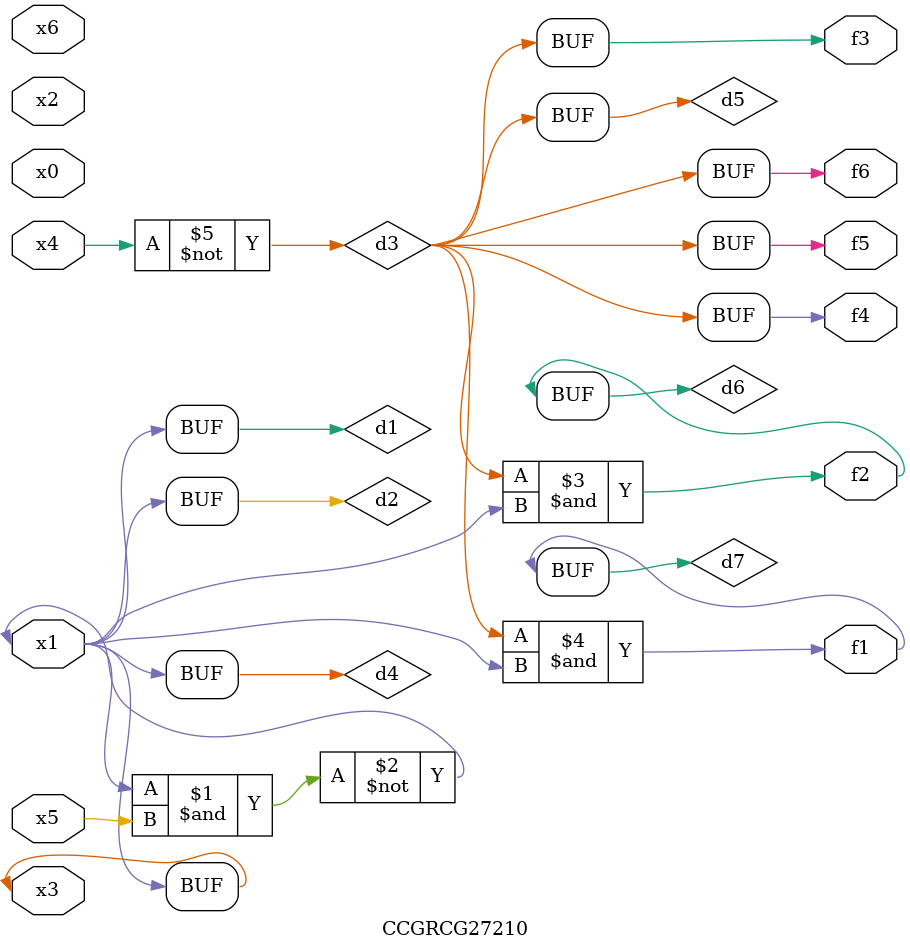
<source format=v>
module CCGRCG27210(
	input x0, x1, x2, x3, x4, x5, x6,
	output f1, f2, f3, f4, f5, f6
);

	wire d1, d2, d3, d4, d5, d6, d7;

	buf (d1, x1, x3);
	nand (d2, x1, x5);
	not (d3, x4);
	buf (d4, d1, d2);
	buf (d5, d3);
	and (d6, d3, d4);
	and (d7, d3, d4);
	assign f1 = d7;
	assign f2 = d6;
	assign f3 = d5;
	assign f4 = d5;
	assign f5 = d5;
	assign f6 = d5;
endmodule

</source>
